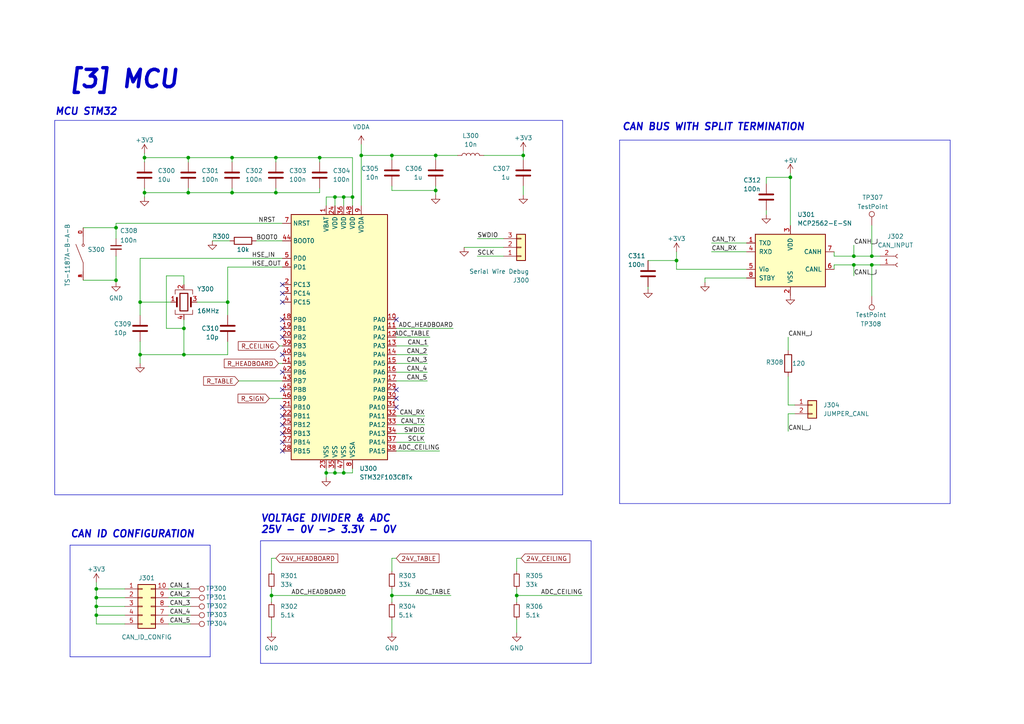
<source format=kicad_sch>
(kicad_sch (version 20230121) (generator eeschema)
  (paper "A4")
  (lib_symbols
    (symbol "Connector:Conn_01x02_Female" (pin_names (offset 1.016) hide)
      (property "Reference" "J" (at 0 2.54 0))
      (property "Value" "Conn_01x02_Female" (at 0 -5.08 0))
      (symbol "Conn_01x02_Female_1_1"
        (arc (start 0 -2.032) (mid -0.5058 -2.54) (end 0 -3.048) (stroke (width 0.1524)))
        (polyline (pts (xy -1.27 -2.54) (xy -0.508 -2.54)) (stroke (width 0.1524)))
        (polyline (pts (xy -1.27 0) (xy -0.508 0)) (stroke (width 0.1524)))
        (arc (start 0 0.508) (mid -0.5058 0) (end 0 -0.508) (stroke (width 0.1524)))
        (pin passive line (at -5.08 0 0) (length 3.81) (name "Pin_1") (number "1"))
        (pin passive line (at -5.08 -2.54 0) (length 3.81) (name "Pin_2") (number "2"))
      )
    )
    (symbol "Connector:TestPoint" (pin_numbers hide) (pin_names (offset 0.762) hide)
      (property "Reference" "TP" (at 0 6.858 0))
      (property "Value" "TestPoint" (at 0 5.08 0))
      (symbol "TestPoint_0_1"
        (circle (center 0 3.302) (radius 0.762))
      )
      (symbol "TestPoint_1_1"
        (pin passive line (at 0 0 90) (length 2.54) (name "1") (number "1"))
      )
    )
    (symbol "Connector_Generic:Conn_01x02" (pin_names (offset 1.016) hide)
      (property "Reference" "J" (at 0 2.54 0))
      (property "Value" "Conn_01x02" (at 0 -5.08 0))
      (symbol "Conn_01x02_1_1"
        (rectangle (start -1.27 -2.413) (end 0 -2.667) (stroke (width 0.1524)))
        (rectangle (start -1.27 0.127) (end 0 -0.127) (stroke (width 0.1524)))
        (rectangle (start -1.27 1.27) (end 1.27 -3.81) (stroke (width 0.254)) (fill (type background)))
        (pin passive line (at -5.08 0 0) (length 3.81) (name "Pin_1") (number "1"))
        (pin passive line (at -5.08 -2.54 0) (length 3.81) (name "Pin_2") (number "2"))
      )
    )
    (symbol "Connector_Generic:Conn_01x03" (pin_names (offset 1.016) hide)
      (property "Reference" "J" (at 0 5.08 0))
      (property "Value" "Conn_01x03" (at 0 -5.08 0))
      (symbol "Conn_01x03_1_1"
        (rectangle (start -1.27 -2.413) (end 0 -2.667) (stroke (width 0.1524)))
        (rectangle (start -1.27 0.127) (end 0 -0.127) (stroke (width 0.1524)))
        (rectangle (start -1.27 2.667) (end 0 2.413) (stroke (width 0.1524)))
        (rectangle (start -1.27 3.81) (end 1.27 -3.81) (stroke (width 0.254)) (fill (type background)))
        (pin passive line (at -5.08 2.54 0) (length 3.81) (name "Pin_1") (number "1"))
        (pin passive line (at -5.08 0 0) (length 3.81) (name "Pin_2") (number "2"))
        (pin passive line (at -5.08 -2.54 0) (length 3.81) (name "Pin_3") (number "3"))
      )
    )
    (symbol "Connector_Generic:Conn_02x05_Counter_Clockwise" (pin_names (offset 1.016) hide)
      (property "Reference" "J" (at 1.27 7.62 0))
      (property "Value" "Conn_02x05_Counter_Clockwise" (at 1.27 -7.62 0))
      (symbol "Conn_02x05_Counter_Clockwise_1_1"
        (rectangle (start -1.27 -4.953) (end 0 -5.207) (stroke (width 0.1524)))
        (rectangle (start -1.27 -2.413) (end 0 -2.667) (stroke (width 0.1524)))
        (rectangle (start -1.27 0.127) (end 0 -0.127) (stroke (width 0.1524)))
        (rectangle (start -1.27 2.667) (end 0 2.413) (stroke (width 0.1524)))
        (rectangle (start -1.27 5.207) (end 0 4.953) (stroke (width 0.1524)))
        (rectangle (start -1.27 6.35) (end 3.81 -6.35) (stroke (width 0.254)) (fill (type background)))
        (rectangle (start 3.81 -4.953) (end 2.54 -5.207) (stroke (width 0.1524)))
        (rectangle (start 3.81 -2.413) (end 2.54 -2.667) (stroke (width 0.1524)))
        (rectangle (start 3.81 0.127) (end 2.54 -0.127) (stroke (width 0.1524)))
        (rectangle (start 3.81 2.667) (end 2.54 2.413) (stroke (width 0.1524)))
        (rectangle (start 3.81 5.207) (end 2.54 4.953) (stroke (width 0.1524)))
        (pin passive line (at -5.08 5.08 0) (length 3.81) (name "Pin_1") (number "1"))
        (pin passive line (at 7.62 5.08 180) (length 3.81) (name "Pin_10") (number "10"))
        (pin passive line (at -5.08 2.54 0) (length 3.81) (name "Pin_2") (number "2"))
        (pin passive line (at -5.08 0 0) (length 3.81) (name "Pin_3") (number "3"))
        (pin passive line (at -5.08 -2.54 0) (length 3.81) (name "Pin_4") (number "4"))
        (pin passive line (at -5.08 -5.08 0) (length 3.81) (name "Pin_5") (number "5"))
        (pin passive line (at 7.62 -5.08 180) (length 3.81) (name "Pin_6") (number "6"))
        (pin passive line (at 7.62 -2.54 180) (length 3.81) (name "Pin_7") (number "7"))
        (pin passive line (at 7.62 0 180) (length 3.81) (name "Pin_8") (number "8"))
        (pin passive line (at 7.62 2.54 180) (length 3.81) (name "Pin_9") (number "9"))
      )
    )
    (symbol "Device:C" (pin_numbers hide) (pin_names (offset 0.254))
      (property "Reference" "C" (at 0.635 2.54 0))
      (property "Value" "C" (at 0.635 -2.54 0))
      (symbol "C_0_1"
        (polyline (pts (xy -2.032 -0.762) (xy 2.032 -0.762)) (stroke (width 0.508)))
        (polyline (pts (xy -2.032 0.762) (xy 2.032 0.762)) (stroke (width 0.508)))
      )
      (symbol "C_1_1"
        (pin passive line (at 0 3.81 270) (length 2.794) (name "~") (number "1"))
        (pin passive line (at 0 -3.81 90) (length 2.794) (name "~") (number "2"))
      )
    )
    (symbol "Device:C_Small" (pin_numbers hide) (pin_names (offset 0.254) hide)
      (property "Reference" "C" (at 0.254 1.778 0))
      (property "Value" "C_Small" (at 0.254 -2.032 0))
      (symbol "C_Small_0_1"
        (polyline (pts (xy -1.524 -0.508) (xy 1.524 -0.508)) (stroke (width 0.3302)))
        (polyline (pts (xy -1.524 0.508) (xy 1.524 0.508)) (stroke (width 0.3048)))
      )
      (symbol "C_Small_1_1"
        (pin passive line (at 0 2.54 270) (length 2.032) (name "~") (number "1"))
        (pin passive line (at 0 -2.54 90) (length 2.032) (name "~") (number "2"))
      )
    )
    (symbol "Device:Crystal_GND24" (pin_names (offset 1.016) hide)
      (property "Reference" "Y" (at 3.175 5.08 0))
      (property "Value" "Crystal_GND24" (at 3.175 3.175 0))
      (symbol "Crystal_GND24_0_1"
        (rectangle (start -1.143 2.54) (end 1.143 -2.54) (stroke (width 0.3048)))
        (polyline (pts (xy -2.54 0) (xy -2.032 0)))
        (polyline (pts (xy -2.032 -1.27) (xy -2.032 1.27)) (stroke (width 0.508)))
        (polyline (pts (xy 0 -3.81) (xy 0 -3.556)))
        (polyline (pts (xy 0 3.556) (xy 0 3.81)))
        (polyline (pts (xy 2.032 -1.27) (xy 2.032 1.27)) (stroke (width 0.508)))
        (polyline (pts (xy 2.032 0) (xy 2.54 0)))
        (polyline (pts (xy -2.54 -2.286) (xy -2.54 -3.556) (xy 2.54 -3.556) (xy 2.54 -2.286)))
        (polyline (pts (xy -2.54 2.286) (xy -2.54 3.556) (xy 2.54 3.556) (xy 2.54 2.286)))
      )
      (symbol "Crystal_GND24_1_1"
        (pin passive line (at -3.81 0 0) (length 1.27) (name "1") (number "1"))
        (pin passive line (at 0 5.08 270) (length 1.27) (name "2") (number "2"))
        (pin passive line (at 3.81 0 180) (length 1.27) (name "3") (number "3"))
        (pin passive line (at 0 -5.08 90) (length 1.27) (name "4") (number "4"))
      )
    )
    (symbol "Device:L" (pin_numbers hide) (pin_names (offset 1.016) hide)
      (property "Reference" "L" (at -1.27 0 90))
      (property "Value" "L" (at 1.905 0 90))
      (symbol "L_0_1"
        (arc (start 0 -2.54) (mid 0.6323 -1.905) (end 0 -1.27))
        (arc (start 0 -1.27) (mid 0.6323 -0.635) (end 0 0))
        (arc (start 0 0) (mid 0.6323 0.635) (end 0 1.27))
        (arc (start 0 1.27) (mid 0.6323 1.905) (end 0 2.54))
      )
      (symbol "L_1_1"
        (pin passive line (at 0 3.81 270) (length 1.27) (name "1") (number "1"))
        (pin passive line (at 0 -3.81 90) (length 1.27) (name "2") (number "2"))
      )
    )
    (symbol "Device:R" (pin_numbers hide) (pin_names (offset 0))
      (property "Reference" "R" (at 2.032 0 90))
      (property "Value" "R" (at 0 0 90))
      (symbol "R_0_1"
        (rectangle (start -1.016 -2.54) (end 1.016 2.54) (stroke (width 0.254)))
      )
      (symbol "R_1_1"
        (pin passive line (at 0 3.81 270) (length 1.27) (name "~") (number "1"))
        (pin passive line (at 0 -3.81 90) (length 1.27) (name "~") (number "2"))
      )
    )
    (symbol "Device:R_Small" (pin_numbers hide) (pin_names (offset 0.254) hide)
      (property "Reference" "R" (at 0.762 0.508 0))
      (property "Value" "R_Small" (at 0.762 -1.016 0))
      (symbol "R_Small_0_1"
        (rectangle (start -0.762 1.778) (end 0.762 -1.778) (stroke (width 0.2032)))
      )
      (symbol "R_Small_1_1"
        (pin passive line (at 0 2.54 270) (length 0.762) (name "~") (number "1"))
        (pin passive line (at 0 -2.54 90) (length 0.762) (name "~") (number "2"))
      )
    )
    (symbol "Interface_CAN_LIN:MCP2562-E-SN" (pin_names (offset 1.016))
      (property "Reference" "U" (at -10.16 8.89 0))
      (property "Value" "MCP2562-E-SN" (at 2.54 8.89 0))
      (symbol "MCP2562-E-SN_0_1"
        (rectangle (start -10.16 7.62) (end 10.16 -7.62) (stroke (width 0.254)) (fill (type background)))
      )
      (symbol "MCP2562-E-SN_1_1"
        (pin input line (at -12.7 5.08 0) (length 2.54) (name "TXD") (number "1"))
        (pin power_in line (at 0 -10.16 90) (length 2.54) (name "VSS") (number "2"))
        (pin power_in line (at 0 10.16 270) (length 2.54) (name "VDD") (number "3"))
        (pin output line (at -12.7 2.54 0) (length 2.54) (name "RXD") (number "4"))
        (pin power_in line (at -12.7 -2.54 0) (length 2.54) (name "Vio") (number "5"))
        (pin bidirectional line (at 12.7 -2.54 180) (length 2.54) (name "CANL") (number "6"))
        (pin bidirectional line (at 12.7 2.54 180) (length 2.54) (name "CANH") (number "7"))
        (pin input line (at -12.7 -5.08 0) (length 2.54) (name "STBY") (number "8"))
      )
    )
    (symbol "MCU_ST_STM32F1:STM32F103C8Tx"
      (property "Reference" "U" (at -15.24 36.83 0))
      (property "Value" "STM32F103C8Tx" (at 7.62 36.83 0))
      (symbol "STM32F103C8Tx_0_1"
        (rectangle (start -15.24 -35.56) (end 12.7 35.56) (stroke (width 0.254)) (fill (type background)))
      )
      (symbol "STM32F103C8Tx_1_1"
        (pin power_in line (at -5.08 38.1 270) (length 2.54) (name "VBAT") (number "1"))
        (pin bidirectional line (at 15.24 5.08 180) (length 2.54) (name "PA0") (number "10"))
        (pin bidirectional line (at 15.24 2.54 180) (length 2.54) (name "PA1") (number "11"))
        (pin bidirectional line (at 15.24 0 180) (length 2.54) (name "PA2") (number "12"))
        (pin bidirectional line (at 15.24 -2.54 180) (length 2.54) (name "PA3") (number "13"))
        (pin bidirectional line (at 15.24 -5.08 180) (length 2.54) (name "PA4") (number "14"))
        (pin bidirectional line (at 15.24 -7.62 180) (length 2.54) (name "PA5") (number "15"))
        (pin bidirectional line (at 15.24 -10.16 180) (length 2.54) (name "PA6") (number "16"))
        (pin bidirectional line (at 15.24 -12.7 180) (length 2.54) (name "PA7") (number "17"))
        (pin bidirectional line (at -17.78 5.08 0) (length 2.54) (name "PB0") (number "18"))
        (pin bidirectional line (at -17.78 2.54 0) (length 2.54) (name "PB1") (number "19"))
        (pin bidirectional line (at -17.78 15.24 0) (length 2.54) (name "PC13") (number "2"))
        (pin bidirectional line (at -17.78 0 0) (length 2.54) (name "PB2") (number "20"))
        (pin bidirectional line (at -17.78 -20.32 0) (length 2.54) (name "PB10") (number "21"))
        (pin bidirectional line (at -17.78 -22.86 0) (length 2.54) (name "PB11") (number "22"))
        (pin power_in line (at -5.08 -38.1 90) (length 2.54) (name "VSS") (number "23"))
        (pin power_in line (at -2.54 38.1 270) (length 2.54) (name "VDD") (number "24"))
        (pin bidirectional line (at -17.78 -25.4 0) (length 2.54) (name "PB12") (number "25"))
        (pin bidirectional line (at -17.78 -27.94 0) (length 2.54) (name "PB13") (number "26"))
        (pin bidirectional line (at -17.78 -30.48 0) (length 2.54) (name "PB14") (number "27"))
        (pin bidirectional line (at -17.78 -33.02 0) (length 2.54) (name "PB15") (number "28"))
        (pin bidirectional line (at 15.24 -15.24 180) (length 2.54) (name "PA8") (number "29"))
        (pin bidirectional line (at -17.78 12.7 0) (length 2.54) (name "PC14") (number "3"))
        (pin bidirectional line (at 15.24 -17.78 180) (length 2.54) (name "PA9") (number "30"))
        (pin bidirectional line (at 15.24 -20.32 180) (length 2.54) (name "PA10") (number "31"))
        (pin bidirectional line (at 15.24 -22.86 180) (length 2.54) (name "PA11") (number "32"))
        (pin bidirectional line (at 15.24 -25.4 180) (length 2.54) (name "PA12") (number "33"))
        (pin bidirectional line (at 15.24 -27.94 180) (length 2.54) (name "PA13") (number "34"))
        (pin power_in line (at -2.54 -38.1 90) (length 2.54) (name "VSS") (number "35"))
        (pin power_in line (at 0 38.1 270) (length 2.54) (name "VDD") (number "36"))
        (pin bidirectional line (at 15.24 -30.48 180) (length 2.54) (name "PA14") (number "37"))
        (pin bidirectional line (at 15.24 -33.02 180) (length 2.54) (name "PA15") (number "38"))
        (pin bidirectional line (at -17.78 -2.54 0) (length 2.54) (name "PB3") (number "39"))
        (pin bidirectional line (at -17.78 10.16 0) (length 2.54) (name "PC15") (number "4"))
        (pin bidirectional line (at -17.78 -5.08 0) (length 2.54) (name "PB4") (number "40"))
        (pin bidirectional line (at -17.78 -7.62 0) (length 2.54) (name "PB5") (number "41"))
        (pin bidirectional line (at -17.78 -10.16 0) (length 2.54) (name "PB6") (number "42"))
        (pin bidirectional line (at -17.78 -12.7 0) (length 2.54) (name "PB7") (number "43"))
        (pin input line (at -17.78 27.94 0) (length 2.54) (name "BOOT0") (number "44"))
        (pin bidirectional line (at -17.78 -15.24 0) (length 2.54) (name "PB8") (number "45"))
        (pin bidirectional line (at -17.78 -17.78 0) (length 2.54) (name "PB9") (number "46"))
        (pin power_in line (at 0 -38.1 90) (length 2.54) (name "VSS") (number "47"))
        (pin power_in line (at 2.54 38.1 270) (length 2.54) (name "VDD") (number "48"))
        (pin input line (at -17.78 22.86 0) (length 2.54) (name "PD0") (number "5"))
        (pin input line (at -17.78 20.32 0) (length 2.54) (name "PD1") (number "6"))
        (pin input line (at -17.78 33.02 0) (length 2.54) (name "NRST") (number "7"))
        (pin power_in line (at 2.54 -38.1 90) (length 2.54) (name "VSSA") (number "8"))
        (pin power_in line (at 5.08 38.1 270) (length 2.54) (name "VDDA") (number "9"))
      )
    )
    (symbol "SWITCH_SMD:TS-1187A-B-A-B" (pin_names (offset 1.016))
      (property "Reference" "S" (at -2.54 2.54 0))
      (property "Value" "TS-1187A-B-A-B" (at -2.54 -2.54 0))
      (symbol "TS-1187A-B-A-B_0_0"
        (polyline (pts (xy -2.54 0) (xy -5.08 0)) (stroke (width 0.1524)))
        (polyline (pts (xy -2.54 0) (xy 2.794 2.1336)) (stroke (width 0.1524)))
        (polyline (pts (xy 5.08 0) (xy 2.921 0)) (stroke (width 0.1524)))
        (circle (center 2.54 0) (radius 0.3302) (stroke (width 0.1524)))
        (pin passive line (at -7.62 0 0) (length 2.54) (name "~") (number "A"))
        (pin passive line (at -7.62 0 0) (length 2.54) (name "~") (number "B"))
        (pin passive line (at 7.62 0 180) (length 2.54) (name "~") (number "C"))
        (pin passive line (at 7.62 0 180) (length 2.54) (name "~") (number "D"))
      )
    )
    (symbol "power:+3V3" (power) (pin_names (offset 0))
      (property "Value" "+3V3" (at 0 3.556 0))
      (symbol "+3V3_0_1"
        (polyline (pts (xy -0.762 1.27) (xy 0 2.54)))
        (polyline (pts (xy 0 0) (xy 0 2.54)))
        (polyline (pts (xy 0 2.54) (xy 0.762 1.27)))
      )
      (symbol "+3V3_1_1"
        (pin power_in line (at 0 0 90) (length 0) hide (name "+3V3") (number "1"))
      )
    )
    (symbol "power:+5V" (power) (pin_names (offset 0))
      (property "Value" "+5V" (at 0 3.556 0))
      (symbol "+5V_0_1"
        (polyline (pts (xy -0.762 1.27) (xy 0 2.54)))
        (polyline (pts (xy 0 0) (xy 0 2.54)))
        (polyline (pts (xy 0 2.54) (xy 0.762 1.27)))
      )
      (symbol "+5V_1_1"
        (pin power_in line (at 0 0 90) (length 0) hide (name "+5V") (number "1"))
      )
    )
    (symbol "power:GND" (power) (pin_names (offset 0))
      (property "Value" "GND" (at 0 -3.81 0))
      (symbol "GND_0_1"
        (polyline (pts (xy 0 0) (xy 0 -1.27) (xy 1.27 -1.27) (xy 0 -2.54) (xy -1.27 -1.27) (xy 0 -1.27)))
      )
      (symbol "GND_1_1"
        (pin power_in line (at 0 0 270) (length 0) hide (name "GND") (number "1"))
      )
    )
    (symbol "power:VDDA" (power) (pin_names (offset 0))
      (property "Value" "VDDA" (at 0 3.81 0))
      (symbol "VDDA_0_1"
        (polyline (pts (xy -0.762 1.27) (xy 0 2.54)))
        (polyline (pts (xy 0 0) (xy 0 2.54)))
        (polyline (pts (xy 0 2.54) (xy 0.762 1.27)))
      )
      (symbol "VDDA_1_1"
        (pin power_in line (at 0 0 90) (length 0) hide (name "VDDA") (number "1"))
      )
    )
  )
  (junction (at 126.365 55.245))
  (junction (at 80.01 45.72))
  (junction (at 92.71 45.72))
  (junction (at 27.94 175.895))
  (junction (at 66.04 87.63))
  (junction (at 33.655 81.28))
  (junction (at 247.65 76.835))
  (junction (at 78.74 172.72))
  (junction (at 113.665 172.72))
  (junction (at 99.695 57.15))
  (junction (at 97.155 137.16))
  (junction (at 41.91 55.88))
  (junction (at 99.695 137.16))
  (junction (at 54.61 55.88))
  (junction (at 247.65 74.295))
  (junction (at 80.01 55.88))
  (junction (at 40.64 102.87))
  (junction (at 252.857 76.835))
  (junction (at 151.765 45.085))
  (junction (at 94.615 137.16))
  (junction (at 149.86 172.72))
  (junction (at 196.215 75.565))
  (junction (at 27.94 170.815))
  (junction (at 27.94 173.355))
  (junction (at 53.34 95.25))
  (junction (at 33.655 66.04))
  (junction (at 126.365 45.085))
  (junction (at 104.775 45.085))
  (junction (at 53.34 102.87))
  (junction (at 67.31 45.72))
  (junction (at 229.235 51.435))
  (junction (at 67.31 55.88))
  (junction (at 113.665 45.085))
  (junction (at 54.61 45.72))
  (junction (at 41.91 45.72))
  (junction (at 252.857 74.295))
  (junction (at 40.64 87.63))
  (junction (at 27.94 178.435))
  (junction (at 102.235 57.15))
  (junction (at 97.155 57.15))
  (no_connect (at 81.915 128.27))
  (no_connect (at 81.915 118.11))
  (no_connect (at 81.915 125.73))
  (no_connect (at 81.915 95.25))
  (no_connect (at 81.915 102.87))
  (no_connect (at 81.915 85.09))
  (no_connect (at 81.915 107.95))
  (no_connect (at 114.935 115.57))
  (no_connect (at 81.915 130.81))
  (no_connect (at 114.935 113.03))
  (no_connect (at 81.915 113.03))
  (no_connect (at 114.935 118.11))
  (no_connect (at 81.915 92.71))
  (no_connect (at 81.915 87.63))
  (no_connect (at 81.915 97.79))
  (no_connect (at 114.935 92.71))
  (no_connect (at 81.915 123.19))
  (no_connect (at 81.915 120.65))
  (no_connect (at 81.915 82.55))
  (wire (pts (xy 41.91 57.15) (xy 41.91 55.88)))
  (wire (pts (xy 99.695 57.15) (xy 102.235 57.15)))
  (wire (pts (xy 134.62 71.755) (xy 146.05 71.755)))
  (wire (pts (xy 114.935 120.65) (xy 123.19 120.65)))
  (wire (pts (xy 102.235 57.15) (xy 102.235 59.69)))
  (wire (pts (xy 78.74 161.925) (xy 80.01 161.925)))
  (wire (pts (xy 229.235 50.165) (xy 229.235 51.435)))
  (wire (pts (xy 126.365 56.515) (xy 126.365 55.245)))
  (polyline (pts (xy 171.45 192.405) (xy 75.565 192.405)))
  (wire (pts (xy 27.94 178.435) (xy 36.195 178.435)))
  (wire (pts (xy 228.6 117.475) (xy 230.505 117.475)))
  (wire (pts (xy 80.01 45.72) (xy 67.31 45.72)))
  (polyline (pts (xy 15.875 34.925) (xy 15.875 143.51)))
  (wire (pts (xy 151.765 53.975) (xy 151.765 56.515)))
  (wire (pts (xy 80.01 54.61) (xy 80.01 55.88)))
  (wire (pts (xy 149.86 179.705) (xy 149.86 183.515)))
  (polyline (pts (xy 75.565 156.845) (xy 171.45 156.845)))
  (wire (pts (xy 151.765 43.815) (xy 151.765 45.085)))
  (wire (pts (xy 99.695 137.16) (xy 97.155 137.16)))
  (wire (pts (xy 66.04 102.87) (xy 66.04 99.06)))
  (wire (pts (xy 113.665 172.72) (xy 130.81 172.72)))
  (wire (pts (xy 241.935 74.295) (xy 241.935 73.025)))
  (wire (pts (xy 187.96 83.185) (xy 187.96 83.82)))
  (polyline (pts (xy 171.45 156.845) (xy 171.45 192.405)))
  (wire (pts (xy 229.235 51.435) (xy 229.235 65.405)))
  (wire (pts (xy 222.25 60.96) (xy 222.25 62.23)))
  (wire (pts (xy 113.665 55.245) (xy 113.665 53.975)))
  (wire (pts (xy 27.94 175.895) (xy 36.195 175.895)))
  (wire (pts (xy 114.935 125.73) (xy 123.19 125.73)))
  (wire (pts (xy 94.615 135.89) (xy 94.615 137.16)))
  (wire (pts (xy 97.155 57.15) (xy 99.695 57.15)))
  (wire (pts (xy 114.935 123.19) (xy 123.19 123.19)))
  (polyline (pts (xy 15.875 34.925) (xy 163.195 34.925)))
  (wire (pts (xy 48.895 178.435) (xy 55.245 178.435)))
  (wire (pts (xy 216.535 80.645) (xy 204.47 80.645)))
  (wire (pts (xy 78.74 172.72) (xy 78.74 174.625)))
  (wire (pts (xy 196.215 78.105) (xy 216.535 78.105)))
  (wire (pts (xy 33.655 81.28) (xy 33.655 81.915)))
  (wire (pts (xy 140.335 45.085) (xy 151.765 45.085)))
  (wire (pts (xy 27.94 180.975) (xy 27.94 178.435)))
  (wire (pts (xy 54.61 45.72) (xy 41.91 45.72)))
  (wire (pts (xy 97.155 59.69) (xy 97.155 57.15)))
  (wire (pts (xy 138.43 69.215) (xy 146.05 69.215)))
  (wire (pts (xy 67.31 46.99) (xy 67.31 45.72)))
  (wire (pts (xy 36.195 180.975) (xy 27.94 180.975)))
  (wire (pts (xy 241.935 76.835) (xy 247.65 76.835)))
  (wire (pts (xy 252.857 76.835) (xy 252.857 85.852)))
  (wire (pts (xy 48.895 180.975) (xy 55.245 180.975)))
  (wire (pts (xy 94.615 57.15) (xy 97.155 57.15)))
  (wire (pts (xy 24.13 81.28) (xy 33.655 81.28)))
  (wire (pts (xy 114.935 95.25) (xy 131.445 95.25)))
  (wire (pts (xy 40.64 105.41) (xy 40.64 102.87)))
  (wire (pts (xy 94.615 59.69) (xy 94.615 57.15)))
  (wire (pts (xy 27.94 175.895) (xy 27.94 173.355)))
  (polyline (pts (xy 20.32 158.115) (xy 20.32 190.5)))
  (wire (pts (xy 80.01 46.99) (xy 80.01 45.72)))
  (wire (pts (xy 113.665 170.815) (xy 113.665 172.72)))
  (polyline (pts (xy 275.59 40.64) (xy 275.59 146.05)))
  (wire (pts (xy 69.215 110.49) (xy 81.915 110.49)))
  (wire (pts (xy 78.74 179.705) (xy 78.74 183.515)))
  (wire (pts (xy 222.25 53.34) (xy 222.25 51.435)))
  (wire (pts (xy 113.665 46.355) (xy 113.665 45.085)))
  (wire (pts (xy 53.34 92.71) (xy 53.34 95.25)))
  (polyline (pts (xy 179.705 40.64) (xy 275.59 40.64)))
  (wire (pts (xy 228.6 120.015) (xy 230.505 120.015)))
  (wire (pts (xy 126.365 53.975) (xy 126.365 55.245)))
  (wire (pts (xy 78.74 170.815) (xy 78.74 172.72)))
  (wire (pts (xy 48.895 173.355) (xy 55.245 173.355)))
  (polyline (pts (xy 60.96 158.115) (xy 60.96 190.5)))
  (wire (pts (xy 74.295 69.85) (xy 81.915 69.85)))
  (wire (pts (xy 33.655 64.77) (xy 81.915 64.77)))
  (wire (pts (xy 247.65 71.12) (xy 247.65 74.295)))
  (wire (pts (xy 228.6 125.095) (xy 228.6 120.015)))
  (wire (pts (xy 27.94 173.355) (xy 36.195 173.355)))
  (wire (pts (xy 99.695 59.69) (xy 99.695 57.15)))
  (wire (pts (xy 114.935 100.33) (xy 124.206 100.33)))
  (wire (pts (xy 151.765 45.085) (xy 151.765 46.355)))
  (wire (pts (xy 114.935 128.27) (xy 123.19 128.27)))
  (wire (pts (xy 113.665 45.085) (xy 126.365 45.085)))
  (wire (pts (xy 102.235 45.72) (xy 102.235 57.15)))
  (wire (pts (xy 41.91 55.88) (xy 41.91 54.61)))
  (wire (pts (xy 48.895 170.815) (xy 55.245 170.815)))
  (wire (pts (xy 41.91 55.88) (xy 54.61 55.88)))
  (wire (pts (xy 53.34 102.87) (xy 66.04 102.87)))
  (wire (pts (xy 113.665 172.72) (xy 113.665 174.625)))
  (wire (pts (xy 54.61 54.61) (xy 54.61 55.88)))
  (wire (pts (xy 127.508 130.81) (xy 114.935 130.81)))
  (wire (pts (xy 33.655 66.04) (xy 33.655 69.215)))
  (wire (pts (xy 40.64 102.87) (xy 53.34 102.87)))
  (wire (pts (xy 252.857 76.835) (xy 255.27 76.835)))
  (wire (pts (xy 255.27 74.295) (xy 252.857 74.295)))
  (wire (pts (xy 92.71 46.99) (xy 92.71 45.72)))
  (wire (pts (xy 114.935 102.87) (xy 123.952 102.87)))
  (wire (pts (xy 27.94 173.355) (xy 27.94 170.815)))
  (wire (pts (xy 114.935 105.41) (xy 123.952 105.41)))
  (wire (pts (xy 67.31 54.61) (xy 67.31 55.88)))
  (polyline (pts (xy 163.195 143.51) (xy 15.875 143.51)))
  (wire (pts (xy 149.86 165.735) (xy 149.86 161.925)))
  (wire (pts (xy 40.64 74.93) (xy 40.64 87.63)))
  (wire (pts (xy 104.775 41.91) (xy 104.775 45.085)))
  (wire (pts (xy 102.235 135.89) (xy 102.235 137.16)))
  (wire (pts (xy 97.155 135.89) (xy 97.155 137.16)))
  (wire (pts (xy 80.772 105.41) (xy 81.915 105.41)))
  (wire (pts (xy 27.94 170.815) (xy 27.94 168.91)))
  (wire (pts (xy 40.64 91.44) (xy 40.64 87.63)))
  (polyline (pts (xy 75.565 156.845) (xy 75.565 192.405)))
  (wire (pts (xy 24.13 66.04) (xy 33.655 66.04)))
  (wire (pts (xy 114.935 97.79) (xy 124.714 97.79)))
  (wire (pts (xy 104.775 59.69) (xy 104.775 45.085)))
  (wire (pts (xy 187.96 75.565) (xy 196.215 75.565)))
  (polyline (pts (xy 163.195 34.925) (xy 163.195 143.51)))
  (wire (pts (xy 80.01 55.88) (xy 92.71 55.88)))
  (wire (pts (xy 149.86 161.925) (xy 151.13 161.925)))
  (wire (pts (xy 102.235 137.16) (xy 99.695 137.16)))
  (wire (pts (xy 222.25 51.435) (xy 229.235 51.435)))
  (wire (pts (xy 54.61 46.99) (xy 54.61 45.72)))
  (wire (pts (xy 33.655 74.295) (xy 33.655 81.28)))
  (wire (pts (xy 113.665 165.735) (xy 113.665 161.925)))
  (wire (pts (xy 196.215 75.565) (xy 196.215 73.025)))
  (wire (pts (xy 78.74 165.735) (xy 78.74 161.925)))
  (wire (pts (xy 48.26 95.25) (xy 53.34 95.25)))
  (wire (pts (xy 149.86 172.72) (xy 168.91 172.72)))
  (wire (pts (xy 126.365 46.355) (xy 126.365 45.085)))
  (wire (pts (xy 138.43 74.295) (xy 146.05 74.295)))
  (wire (pts (xy 196.215 78.105) (xy 196.215 75.565)))
  (wire (pts (xy 66.04 87.63) (xy 57.15 87.63)))
  (wire (pts (xy 40.64 87.63) (xy 49.53 87.63)))
  (wire (pts (xy 114.935 107.95) (xy 123.952 107.95)))
  (wire (pts (xy 113.665 161.925) (xy 114.935 161.925)))
  (wire (pts (xy 41.91 45.72) (xy 41.91 46.99)))
  (polyline (pts (xy 179.705 40.64) (xy 179.705 146.05)))
  (wire (pts (xy 67.31 45.72) (xy 54.61 45.72)))
  (wire (pts (xy 252.857 74.295) (xy 247.65 74.295)))
  (wire (pts (xy 149.86 172.72) (xy 149.86 174.625)))
  (wire (pts (xy 27.94 178.435) (xy 27.94 175.895)))
  (polyline (pts (xy 275.59 146.05) (xy 179.705 146.05)))
  (wire (pts (xy 67.31 55.88) (xy 80.01 55.88)))
  (wire (pts (xy 48.895 175.895) (xy 55.245 175.895)))
  (wire (pts (xy 66.04 91.44) (xy 66.04 87.63)))
  (wire (pts (xy 78.105 115.57) (xy 81.915 115.57)))
  (wire (pts (xy 94.615 137.16) (xy 97.155 137.16)))
  (wire (pts (xy 94.615 137.16) (xy 94.615 138.43)))
  (wire (pts (xy 40.64 102.87) (xy 40.64 99.06)))
  (wire (pts (xy 126.365 55.245) (xy 113.665 55.245)))
  (wire (pts (xy 247.65 76.835) (xy 247.65 80.01)))
  (wire (pts (xy 33.655 64.77) (xy 33.655 66.04)))
  (wire (pts (xy 54.61 55.88) (xy 67.31 55.88)))
  (wire (pts (xy 92.71 55.88) (xy 92.71 54.61)))
  (wire (pts (xy 81.026 100.33) (xy 81.915 100.33)))
  (wire (pts (xy 114.935 110.49) (xy 123.952 110.49)))
  (wire (pts (xy 206.375 70.485) (xy 216.535 70.485)))
  (wire (pts (xy 92.71 45.72) (xy 102.235 45.72)))
  (wire (pts (xy 252.857 65.405) (xy 252.857 74.295)))
  (wire (pts (xy 80.01 45.72) (xy 92.71 45.72)))
  (wire (pts (xy 40.64 74.93) (xy 81.915 74.93)))
  (wire (pts (xy 206.375 73.025) (xy 216.535 73.025)))
  (wire (pts (xy 247.65 76.835) (xy 252.857 76.835)))
  (wire (pts (xy 228.6 109.22) (xy 228.6 117.475)))
  (wire (pts (xy 78.74 172.72) (xy 100.33 172.72)))
  (wire (pts (xy 41.91 45.72) (xy 41.91 44.45)))
  (wire (pts (xy 53.34 80.01) (xy 48.26 80.01)))
  (wire (pts (xy 228.6 101.6) (xy 228.6 97.79)))
  (wire (pts (xy 241.935 78.105) (xy 241.935 76.835)))
  (wire (pts (xy 104.775 45.085) (xy 113.665 45.085)))
  (wire (pts (xy 66.04 77.47) (xy 66.04 87.63)))
  (wire (pts (xy 48.26 80.01) (xy 48.26 95.25)))
  (wire (pts (xy 53.34 82.55) (xy 53.34 80.01)))
  (wire (pts (xy 149.86 170.815) (xy 149.86 172.72)))
  (wire (pts (xy 66.04 77.47) (xy 81.915 77.47)))
  (wire (pts (xy 113.665 179.705) (xy 113.665 183.515)))
  (wire (pts (xy 53.34 95.25) (xy 53.34 102.87)))
  (wire (pts (xy 99.695 135.89) (xy 99.695 137.16)))
  (polyline (pts (xy 20.32 158.115) (xy 60.96 158.115)))
  (wire (pts (xy 27.94 170.815) (xy 36.195 170.815)))
  (wire (pts (xy 247.65 74.295) (xy 241.935 74.295)))
  (wire (pts (xy 132.715 45.085) (xy 126.365 45.085)))
  (polyline (pts (xy 60.96 190.5) (xy 20.32 190.5)))
  (wire (pts (xy 204.47 80.645) (xy 204.47 81.915)))
  (wire (pts (xy 61.595 69.85) (xy 66.675 69.85)))
  (text "CAN ID CONFIGURATION" (at 20.32 156.21 0) (effects (font (size 2.032 2.032) (thickness 0.4064) bold italic) (justify left bottom)))
  (text "VOLTAGE DIVIDER & ADC\n25V - 0V -> 3.3V - 0V\n" (at 75.565 154.94 0) (effects (font (size 2.032 2.032) (thickness 0.4064) bold italic) (justify left bottom)))
  (text "CAN BUS WITH SPLIT TERMINATION" (at 180.34 38.1 0) (effects (font (size 2.032 2.032) (thickness 0.4064) bold italic) (justify left bottom)))
  (text "[3] MCU" (at 19.685 26.035 0) (effects (font (size 5.0038 5.0038) (thickness 1.0008) bold italic) (justify left bottom)))
  (text "MCU STM32" (at 15.875 33.655 0) (effects (font (size 2.032 2.032) (thickness 0.4064) bold italic) (justify left bottom)))
  (label "CAN_5" (at 55.245 180.975 180))
  (label "BOOT0" (at 74.295 69.85 0))
  (label "CAN_RX" (at 123.19 120.65 180))
  (label "CAN_TX" (at 123.19 123.19 180))
  (label "ADC_HEADBOARD" (at 100.33 172.72 180))
  (label "CANH_J" (at 247.65 71.12 0))
  (label "CAN_4" (at 123.952 107.95 180))
  (label "CAN_RX" (at 206.375 73.025 0))
  (label "ADC_TABLE" (at 130.81 172.72 180))
  (label "CAN_1" (at 55.245 170.815 180))
  (label "SWDIO" (at 138.43 69.215 0))
  (label "SCLK" (at 138.43 74.295 0))
  (label "ADC_CEILING" (at 168.91 172.72 180))
  (label "ADC_CEILING" (at 127.508 130.81 180))
  (label "NRST" (at 74.93 64.77 0))
  (label "SWDIO" (at 123.19 125.73 180))
  (label "CAN_TX" (at 206.375 70.485 0))
  (label "ADC_TABLE" (at 124.714 97.79 180))
  (label "CANH_J" (at 228.6 97.79 0))
  (label "SCLK" (at 123.19 128.27 180))
  (label "CAN_2" (at 123.952 102.87 180))
  (label "CAN_3" (at 123.952 105.41 180))
  (label "HSE_OUT" (at 73.025 77.47 0))
  (label "CAN_4" (at 55.245 178.435 180))
  (label "CAN_1" (at 124.206 100.33 180))
  (label "CANL_J" (at 247.65 80.01 0))
  (label "CAN_2" (at 55.245 173.355 180))
  (label "CANL_J" (at 228.6 125.095 0))
  (label "ADC_HEADBOARD" (at 131.445 95.25 180))
  (label "CAN_5" (at 123.952 110.49 180))
  (label "HSE_IN" (at 73.025 74.93 0))
  (label "CAN_3" (at 55.245 175.895 180))
  (global_label "R_SIGN" (shape input) (at 78.105 115.57 180) (property "Intersheetrefs" "${INTERSHEET_REFS}" (effects hide)))
  (global_label "24V_TABLE" (shape input) (at 114.935 161.925 0) (property "Intersheetrefs" "${INTERSHEET_REFS}" (effects hide)))
  (global_label "R_HEADBOARD" (shape input) (at 80.772 105.41 180) (property "Intersheetrefs" "${INTERSHEET_REFS}" (effects hide)))
  (global_label "24V_CEILING" (shape input) (at 151.13 161.925 0) (property "Intersheetrefs" "${INTERSHEET_REFS}" (effects hide)))
  (global_label "24V_HEADBOARD" (shape input) (at 80.01 161.925 0) (property "Intersheetrefs" "${INTERSHEET_REFS}" (effects hide)))
  (global_label "R_CEILING" (shape input) (at 81.026 100.33 180) (property "Intersheetrefs" "${INTERSHEET_REFS}" (effects hide)))
  (global_label "R_TABLE" (shape input) (at 69.215 110.49 180) (property "Intersheetrefs" "${INTERSHEET_REFS}" (effects hide)))
  (symbol (lib_id "Device:C") (at 187.96 79.375 0) (unit 1)
    (property "Reference" "C311" (at 182.118 74.2188 0) (effects (justify left)))
    (property "Value" "100n" (at 182.118 76.7588 0) (effects (justify left)))
    (property "Footprint" "Capacitor_SMD:C_0402_1005Metric" (effects hide))
    (property "LCSC" "C1525" (effects hide))
  )
  (symbol (lib_id "Device:R_Small") (at 78.74 177.165 0) (unit 1)
    (property "Reference" "R302" (at 81.28 175.8949 0) (effects (justify left)))
    (property "Value" "5.1k" (at 81.28 178.4349 0) (effects (justify left)))
    (property "Footprint" "Resistor_SMD:R_0805_2012Metric" (effects hide))
    (property "LCSC" "C27834" (effects hide))
  )
  (symbol (lib_id "Connector:TestPoint") (at 252.857 85.852 180) (unit 1)
    (property "Reference" "TP308" (at 255.651 93.98 0) (effects (justify left)))
    (property "Value" "TestPoint" (at 257.048 91.313 0) (effects (justify left)))
    (property "Footprint" "TestPoint:TestPoint_Pad_D2.0mm" (effects hide))
  )
  (symbol (lib_id "Device:R_Small") (at 113.665 168.275 0) (unit 1)
    (property "Reference" "R303" (at 115.57 167.0049 0) (effects (justify left)))
    (property "Value" "33k" (at 115.57 169.5449 0) (effects (justify left)))
    (property "Footprint" "Resistor_SMD:R_0805_2012Metric" (effects hide))
    (property "LCSC" "C17633" (effects hide))
  )
  (symbol (lib_id "Connector:TestPoint") (at 55.245 178.435 270) (unit 1)
    (property "Reference" "TP303" (at 59.817 178.308 90) (effects (justify left)))
    (property "Value" "TestPoint" (effects hide))
    (property "Footprint" "TestPoint:TestPoint_Pad_D2.0mm" (effects hide))
  )
  (symbol (lib_id "power:GND") (at 78.74 183.515 0) (unit 1)
    (property "Reference" "#PWR0141" (effects hide))
    (property "Value" "GND" (at 78.74 187.96 0))
  )
  (symbol (lib_id "power:GND") (at 187.96 83.82 0) (mirror y) (unit 1)
    (property "Reference" "#PWR0149" (effects hide))
    (property "Value" "GND" (effects hide))
  )
  (symbol (lib_id "power:GND") (at 222.25 62.23 0) (mirror y) (unit 1)
    (property "Reference" "#PWR0152" (effects hide))
    (property "Value" "GND" (effects hide))
  )
  (symbol (lib_id "Device:Crystal_GND24") (at 53.34 87.63 0) (unit 1)
    (property "Reference" "Y300" (at 57.15 83.82 0) (effects (justify left)))
    (property "Value" "16MHz" (at 57.15 90.17 0) (effects (justify left)))
    (property "Footprint" "Crystal:Crystal_SMD_3225-4Pin_3.2x2.5mm" (effects hide))
    (property "LCSC" "C13738" (effects hide))
  )
  (symbol (lib_id "Device:C") (at 41.91 50.8 0) (unit 1)
    (property "Reference" "C300" (at 45.72 49.53 0) (effects (justify left)))
    (property "Value" "10u" (at 45.72 52.07 0) (effects (justify left)))
    (property "Footprint" "Capacitor_SMD:C_0603_1608Metric" (effects hide))
    (property "LCSC" "C19702" (effects hide))
  )
  (symbol (lib_id "Device:C") (at 126.365 50.165 0) (mirror y) (unit 1)
    (property "Reference" "C306" (at 122.555 48.895 0) (effects (justify left)))
    (property "Value" "1u" (at 122.555 51.435 0) (effects (justify left)))
    (property "Footprint" "Capacitor_SMD:C_0603_1608Metric" (effects hide))
    (property "LCSC" "C15849" (effects hide))
  )
  (symbol (lib_id "power:GND") (at 94.615 138.43 0) (mirror y) (unit 1)
    (property "Reference" "#PWR0145" (effects hide))
    (property "Value" "GND" (effects hide))
  )
  (symbol (lib_id "Connector:TestPoint") (at 55.245 175.895 270) (unit 1)
    (property "Reference" "TP302" (at 59.817 175.768 90) (effects (justify left)))
    (property "Value" "TestPoint" (effects hide))
    (property "Footprint" "TestPoint:TestPoint_Pad_D2.0mm" (effects hide))
  )
  (symbol (lib_id "Device:C") (at 40.64 95.25 0) (unit 1)
    (property "Reference" "C309" (at 33.02 93.98 0) (effects (justify left)))
    (property "Value" "10p" (at 33.02 96.52 0) (effects (justify left)))
    (property "Footprint" "Capacitor_SMD:C_0402_1005Metric" (effects hide))
    (property "LCSC" "C32949" (effects hide))
  )
  (symbol (lib_id "power:GND") (at 151.765 56.515 0) (mirror y) (unit 1)
    (property "Reference" "#PWR0155" (effects hide))
    (property "Value" "GND" (effects hide))
  )
  (symbol (lib_id "Device:C") (at 222.25 57.15 0) (unit 1)
    (property "Reference" "C312" (at 215.5952 52.2732 0) (effects (justify left)))
    (property "Value" "100n" (at 215.5952 54.8132 0) (effects (justify left)))
    (property "Footprint" "Capacitor_SMD:C_0402_1005Metric" (effects hide))
    (property "LCSC" "C1525" (effects hide))
  )
  (symbol (lib_id "power:VDDA") (at 104.775 41.91 0) (unit 1)
    (property "Reference" "#PWR0156" (effects hide))
    (property "Value" "VDDA" (at 104.775 36.83 0))
  )
  (symbol (lib_id "Device:R_Small") (at 113.665 177.165 0) (unit 1)
    (property "Reference" "R304" (at 115.57 175.8949 0) (effects (justify left)))
    (property "Value" "5.1k" (at 115.57 178.4349 0) (effects (justify left)))
    (property "Footprint" "Resistor_SMD:R_0805_2012Metric" (effects hide))
    (property "LCSC" "C27834" (effects hide))
  )
  (symbol (lib_id "Device:C") (at 80.01 50.8 0) (unit 1)
    (property "Reference" "C303" (at 83.82 49.53 0) (effects (justify left)))
    (property "Value" "100n" (at 83.82 52.07 0) (effects (justify left)))
    (property "Footprint" "Capacitor_SMD:C_0402_1005Metric" (effects hide))
    (property "LCSC" "C1525" (effects hide))
  )
  (symbol (lib_id "Device:C") (at 54.61 50.8 0) (unit 1)
    (property "Reference" "C301" (at 58.42 49.53 0) (effects (justify left)))
    (property "Value" "100n" (at 58.42 52.07 0) (effects (justify left)))
    (property "Footprint" "Capacitor_SMD:C_0402_1005Metric" (effects hide))
    (property "LCSC" "C1525" (effects hide))
  )
  (symbol (lib_id "power:GND") (at 134.62 71.755 0) (mirror y) (unit 1)
    (property "Reference" "#PWR0157" (effects hide))
    (property "Value" "GND" (effects hide))
  )
  (symbol (lib_id "Device:R_Small") (at 149.86 168.275 0) (unit 1)
    (property "Reference" "R305" (at 152.4 167.0049 0) (effects (justify left)))
    (property "Value" "33k" (at 152.4 169.5449 0) (effects (justify left)))
    (property "Footprint" "Resistor_SMD:R_0805_2012Metric" (effects hide))
    (property "LCSC" "C17633" (effects hide))
  )
  (symbol (lib_id "Device:C_Small") (at 33.655 71.755 0) (unit 1)
    (property "Reference" "C308" (at 34.798 66.929 0) (effects (justify left)))
    (property "Value" "100n" (at 34.798 69.7041 0) (effects (justify left)))
    (property "Footprint" "Capacitor_SMD:C_0402_1005Metric" (effects hide))
    (property "LCSC" "C24497" (effects hide))
    (property "LCSC" "C1525" (effects hide))
  )
  (symbol (lib_id "power:+3V3") (at 151.765 43.815 0) (mirror y) (unit 1)
    (property "Reference" "#PWR0154" (effects hide))
    (property "Value" "+3V3" (at 151.765 40.005 0))
  )
  (symbol (lib_id "power:GND") (at 204.47 81.915 0) (mirror y) (unit 1)
    (property "Reference" "#PWR0150" (effects hide))
    (property "Value" "GND" (effects hide))
  )
  (symbol (lib_id "Device:C") (at 92.71 50.8 0) (unit 1)
    (property "Reference" "C304" (at 96.52 49.53 0) (effects (justify left)))
    (property "Value" "100n" (at 96.52 52.07 0) (effects (justify left)))
    (property "Footprint" "Capacitor_SMD:C_0402_1005Metric" (effects hide))
    (property "LCSC" "C1525" (effects hide))
  )
  (symbol (lib_id "power:GND") (at 33.655 81.915 0) (unit 1)
    (property "Reference" "#PWR0136" (effects hide))
    (property "Value" "GND" (at 33.655 86.4775 0))
  )
  (symbol (lib_id "Device:C") (at 67.31 50.8 0) (unit 1)
    (property "Reference" "C302" (at 71.12 49.53 0) (effects (justify left)))
    (property "Value" "100n" (at 71.12 52.07 0) (effects (justify left)))
    (property "Footprint" "Capacitor_SMD:C_0402_1005Metric" (effects hide))
    (property "LCSC" "C1525" (effects hide))
  )
  (symbol (lib_id "Connector:TestPoint") (at 55.245 180.975 270) (unit 1)
    (property "Reference" "TP304" (at 59.817 180.848 90) (effects (justify left)))
    (property "Value" "TestPoint" (effects hide))
    (property "Footprint" "TestPoint:TestPoint_Pad_D2.0mm" (effects hide))
  )
  (symbol (lib_id "Device:C") (at 66.04 95.25 0) (unit 1)
    (property "Reference" "C310" (at 58.42 95.25 0) (effects (justify left)))
    (property "Value" "10p" (at 59.69 97.79 0) (effects (justify left)))
    (property "Footprint" "Capacitor_SMD:C_0402_1005Metric" (effects hide))
    (property "LCSC" "C32949" (effects hide))
  )
  (symbol (lib_id "power:GND") (at 149.86 183.515 0) (unit 1)
    (property "Reference" "#PWR0143" (effects hide))
    (property "Value" "GND" (at 149.86 187.96 0))
  )
  (symbol (lib_id "Interface_CAN_LIN:MCP2562-E-SN") (at 229.235 75.565 0) (unit 1)
    (property "Reference" "U301" (at 231.2544 62.23 0) (effects (justify left)))
    (property "Value" "MCP2562-E-SN" (at 231.2544 64.77 0) (effects (justify left)))
    (property "Footprint" "Package_SO:SOIC-8_3.9x4.9mm_P1.27mm" (effects hide))
    (property "Datasheet" "http://ww1.microchip.com/downloads/en/DeviceDoc/25167A.pdf" (effects hide))
    (property "LCSC" "C191417" (effects hide))
  )
  (symbol (lib_id "Connector:TestPoint") (at 55.245 173.355 270) (unit 1)
    (property "Reference" "TP301" (at 59.69 173.228 90) (effects (justify left)))
    (property "Value" "TestPoint" (effects hide))
    (property "Footprint" "TestPoint:TestPoint_Pad_D2.0mm" (effects hide))
  )
  (symbol (lib_id "power:GND") (at 126.365 56.515 0) (mirror y) (unit 1)
    (property "Reference" "#PWR0153" (effects hide))
    (property "Value" "GND" (effects hide))
  )
  (symbol (lib_id "Device:L") (at 136.525 45.085 90) (unit 1)
    (property "Reference" "L300" (at 136.525 39.37 90))
    (property "Value" "10n" (at 136.525 41.91 90))
    (property "Footprint" "Inductor_SMD:L_0603_1608Metric" (effects hide))
    (property "LCSC" "C913709" (effects hide))
  )
  (symbol (lib_id "Connector:Conn_01x02_Female") (at 260.35 76.835 0) (mirror x) (unit 1)
    (property "Reference" "J302" (at 259.715 68.58 0))
    (property "Value" "CAN_INPUT" (at 259.715 71.12 0))
    (property "Footprint" "Connector_Phoenix_MSTB:PhoenixContact_MSTBA_2,5_2-G-5,08_1x02_P5.08mm_Horizontal" (effects hide))
  )
  (symbol (lib_id "power:GND") (at 229.235 85.725 0) (mirror y) (unit 1)
    (property "Reference" "#PWR0151" (effects hide))
    (property "Value" "GND" (effects hide))
  )
  (symbol (lib_id "power:+3V3") (at 27.94 168.91 0) (unit 1)
    (property "Reference" "#PWR0140" (effects hide))
    (property "Value" "+3V3" (at 27.94 165.1 0))
  )
  (symbol (lib_id "Connector:TestPoint") (at 55.245 170.815 270) (unit 1)
    (property "Reference" "TP300" (at 59.69 170.688 90) (effects (justify left)))
    (property "Value" "TestPoint" (effects hide))
    (property "Footprint" "TestPoint:TestPoint_Pad_D2.0mm" (effects hide))
  )
  (symbol (lib_id "power:GND") (at 41.91 57.15 0) (unit 1)
    (property "Reference" "#PWR0138" (effects hide))
    (property "Value" "GND" (effects hide))
  )
  (symbol (lib_id "power:GND") (at 61.595 69.85 0) (unit 1)
    (property "Reference" "#PWR0137" (effects hide))
    (property "Value" "GND" (effects hide))
  )
  (symbol (lib_id "Connector_Generic:Conn_02x05_Counter_Clockwise") (at 41.275 175.895 0) (unit 1)
    (property "Reference" "J301" (at 42.545 167.64 0))
    (property "Value" "CAN_ID_CONFIG" (at 42.545 184.785 0))
    (property "Footprint" "Button_Switch_THT:SW_DIP_SPSTx05_Slide_9.78x14.88mm_W7.62mm_P2.54mm" (effects hide))
  )
  (symbol (lib_id "Device:R_Small") (at 78.74 168.275 0) (unit 1)
    (property "Reference" "R301" (at 81.28 167.0049 0) (effects (justify left)))
    (property "Value" "33k" (at 81.28 169.5449 0) (effects (justify left)))
    (property "Footprint" "Resistor_SMD:R_0805_2012Metric" (effects hide))
    (property "LCSC" "C17633" (effects hide))
  )
  (symbol (lib_id "power:+3V3") (at 41.91 44.45 0) (unit 1)
    (property "Reference" "#PWR0139" (effects hide))
    (property "Value" "+3V3" (at 41.91 40.64 0))
  )
  (symbol (lib_id "Device:R") (at 228.6 105.41 0) (unit 1)
    (property "Reference" "R308" (at 224.6884 105.0798 0))
    (property "Value" "120" (at 231.648 105.41 0))
    (property "Footprint" "Resistor_SMD:R_0805_2012Metric" (effects hide))
    (property "LCSC" "C17437" (effects hide))
  )
  (symbol (lib_id "power:+3V3") (at 196.215 73.025 0) (mirror y) (unit 1)
    (property "Reference" "#PWR0148" (effects hide))
    (property "Value" "+3V3" (at 196.215 69.215 0))
  )
  (symbol (lib_id "Connector:TestPoint") (at 252.857 65.405 0) (unit 1)
    (property "Reference" "TP307" (at 250.063 57.277 0) (effects (justify left)))
    (property "Value" "TestPoint" (at 248.666 59.944 0) (effects (justify left)))
    (property "Footprint" "TestPoint:TestPoint_Pad_D2.0mm" (effects hide))
  )
  (symbol (lib_id "power:+5V") (at 229.235 50.165 0) (unit 1)
    (property "Reference" "#PWR0146" (effects hide))
    (property "Value" "+5V" (at 229.235 46.5605 0))
  )
  (symbol (lib_id "power:GND") (at 113.665 183.515 0) (unit 1)
    (property "Reference" "#PWR0142" (effects hide))
    (property "Value" "GND" (at 113.665 187.96 0))
  )
  (symbol (lib_id "Device:R_Small") (at 149.86 177.165 0) (unit 1)
    (property "Reference" "R306" (at 152.4 175.8949 0) (effects (justify left)))
    (property "Value" "5.1k" (at 152.4 178.4349 0) (effects (justify left)))
    (property "Footprint" "Resistor_SMD:R_0805_2012Metric" (effects hide))
    (property "LCSC" "C27834" (effects hide))
  )
  (symbol (lib_id "Connector_Generic:Conn_01x03") (at 151.13 71.755 0) (mirror x) (unit 1)
    (property "Reference" "J300" (at 151.13 81.28 0))
    (property "Value" "Serial Wire Debug" (at 144.78 78.74 0))
    (property "Footprint" "Connector_PinSocket_2.54mm:PinSocket_1x03_P2.54mm_Vertical" (effects hide))
  )
  (symbol (lib_id "Device:C") (at 151.765 50.165 0) (mirror y) (unit 1)
    (property "Reference" "C307" (at 147.955 48.895 0) (effects (justify left)))
    (property "Value" "1u" (at 147.955 51.435 0) (effects (justify left)))
    (property "Footprint" "Capacitor_SMD:C_0603_1608Metric" (effects hide))
    (property "LCSC" "C15849" (effects hide))
  )
  (symbol (lib_id "Device:R") (at 70.485 69.85 270) (unit 1)
    (property "Reference" "R300" (at 64.135 68.58 90))
    (property "Value" "10k" (at 70.485 72.39 90))
    (property "Footprint" "Resistor_SMD:R_0402_1005Metric" (effects hide))
    (property "LCSC" "C25744" (effects hide))
  )
  (symbol (lib_id "Device:C") (at 113.665 50.165 0) (mirror y) (unit 1)
    (property "Reference" "C305" (at 109.855 48.895 0) (effects (justify left)))
    (property "Value" "10n" (at 109.855 51.435 0) (effects (justify left)))
    (property "Footprint" "Capacitor_SMD:C_0402_1005Metric" (effects hide))
    (property "LCSC" "C15195" (effects hide))
  )
  (symbol (lib_id "power:GND") (at 40.64 105.41 0) (unit 1)
    (property "Reference" "#PWR0144" (effects hide))
    (property "Value" "GND" (effects hide))
  )
  (symbol (lib_id "SWITCH_SMD:TS-1187A-B-A-B") (at 24.13 73.66 90) (unit 1)
    (property "Reference" "S300" (at 25.4 72.3899 90) (effects (justify right)))
    (property "Value" "TS-1187A-B-A-B" (at 19.558 64.897 0) (effects (justify right)))
    (property "Footprint" "Jose_:SWITCH_SMD" (effects hide))
    (property "LCSC" "C318884" (effects hide))
  )
  (symbol (lib_id "Connector_Generic:Conn_01x02") (at 235.585 117.475 0) (unit 1)
    (property "Reference" "J304" (at 238.76 117.4749 0) (effects (justify left)))
    (property "Value" "JUMPER_CANL" (at 238.76 120.0149 0) (effects (justify left)))
    (property "Footprint" "Connector_PinHeader_2.54mm:PinHeader_1x02_P2.54mm_Vertical" (effects hide))
  )
  (symbol (lib_id "MCU_ST_STM32F1:STM32F103C8Tx") (at 99.695 97.79 0) (unit 1)
    (property "Reference" "U300" (at 104.2544 135.89 0) (effects (justify left)))
    (property "Value" "STM32F103C8Tx" (at 104.2544 138.43 0) (effects (justify left)))
    (property "Footprint" "Package_QFP:LQFP-48_7x7mm_P0.5mm" (effects hide))
    (property "Datasheet" "http://www.st.com/st-web-ui/static/active/en/resource/technical/document/datasheet/CD00161566.pdf" (effects hide))
    (property "LCSC" "C8734" (effects hide))
  )
)
</source>
